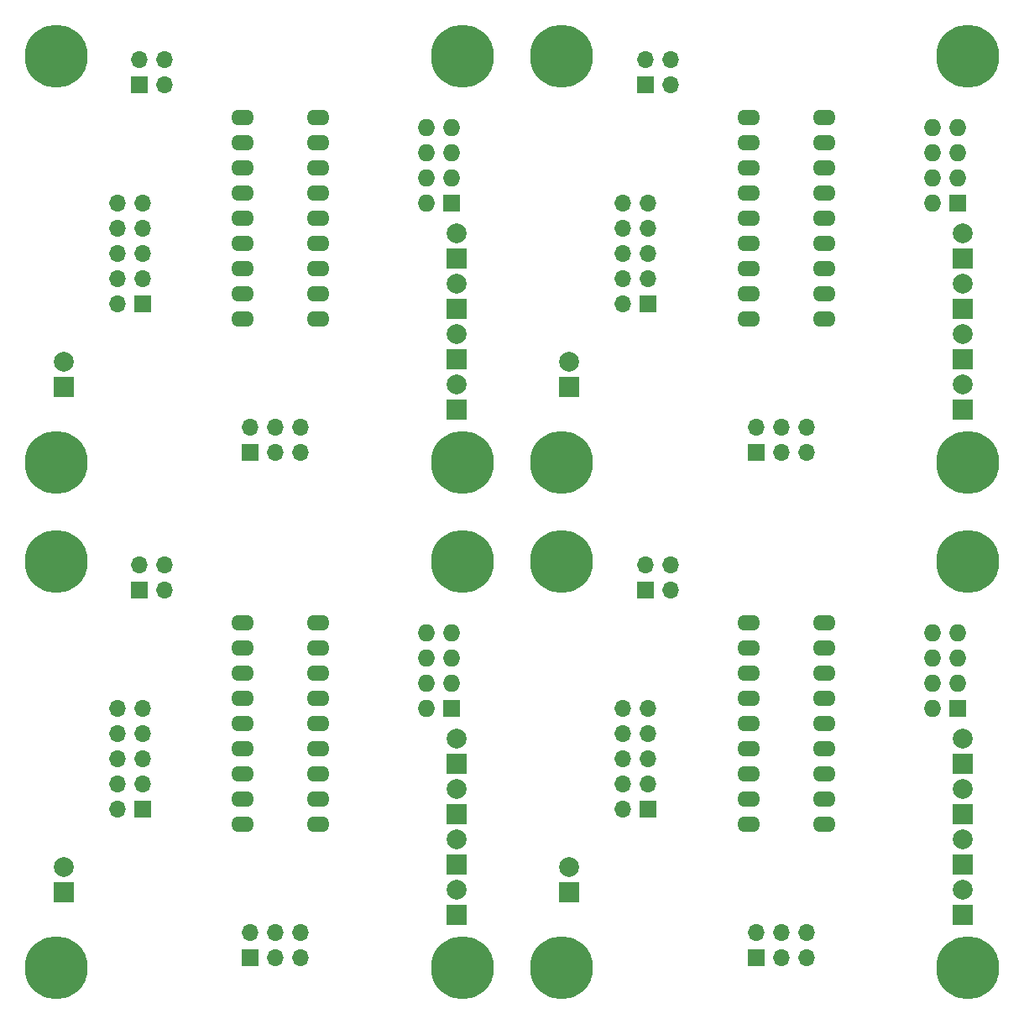
<source format=gbs>
%MOIN*%
%OFA0B0*%
%FSLAX46Y46*%
%IPPOS*%
%LPD*%
%ADD10O,0.0905511811023622X0.062992125984251982*%
%ADD11R,0.068X0.068*%
%ADD12O,0.068X0.068*%
%ADD13R,0.07874015748031496X0.07874015748031496*%
%ADD14C,0.07874015748031496*%
%ADD15C,0.25*%
%ADD16R,0.066929133858267723X0.066929133858267723*%
%ADD17O,0.066929133858267723X0.066929133858267723*%
%ADD28O,0.0905511811023622X0.062992125984251982*%
%ADD29R,0.068X0.068*%
%ADD30O,0.068X0.068*%
%ADD31R,0.07874015748031496X0.07874015748031496*%
%ADD32C,0.07874015748031496*%
%ADD33C,0.25*%
%ADD34R,0.066929133858267723X0.066929133858267723*%
%ADD35O,0.066929133858267723X0.066929133858267723*%
%ADD36O,0.0905511811023622X0.062992125984251982*%
%ADD37R,0.068X0.068*%
%ADD38O,0.068X0.068*%
%ADD39R,0.07874015748031496X0.07874015748031496*%
%ADD40C,0.07874015748031496*%
%ADD41C,0.25*%
%ADD42R,0.066929133858267723X0.066929133858267723*%
%ADD43O,0.066929133858267723X0.066929133858267723*%
%ADD44O,0.0905511811023622X0.062992125984251982*%
%ADD45R,0.068X0.068*%
%ADD46O,0.068X0.068*%
%ADD47R,0.07874015748031496X0.07874015748031496*%
%ADD48C,0.07874015748031496*%
%ADD49C,0.25*%
%ADD50R,0.066929133858267723X0.066929133858267723*%
%ADD51O,0.066929133858267723X0.066929133858267723*%
G01*
D10*
X0000000000Y0001929133D02*
X0000900000Y0001529133D03*
X0000900000Y0001429133D03*
X0000900000Y0001329133D03*
X0000900000Y0001229133D03*
X0000900000Y0001129133D03*
X0000900000Y0001029133D03*
X0000900000Y0000929133D03*
X0000900000Y0000829133D03*
X0000900000Y0000729133D03*
X0001200000Y0000729133D03*
X0001200000Y0000829133D03*
X0001200000Y0000929133D03*
X0001200000Y0001029133D03*
X0001200000Y0001129133D03*
X0001200000Y0001229133D03*
X0001200000Y0001329133D03*
X0001200000Y0001429133D03*
X0001200000Y0001529133D03*
D11*
X0001730000Y0001189133D03*
D12*
X0001630000Y0001189133D03*
X0001730000Y0001289133D03*
X0001630000Y0001289133D03*
X0001730000Y0001389133D03*
X0001630000Y0001389133D03*
X0001730000Y0001489133D03*
X0001630000Y0001489133D03*
D13*
X0001750000Y0000367952D03*
D14*
X0001750000Y0000467952D03*
D13*
X0001750000Y0000567952D03*
D14*
X0001750000Y0000667952D03*
D13*
X0001750000Y0000767952D03*
D14*
X0001750000Y0000867952D03*
D13*
X0001750000Y0000969133D03*
D14*
X0001750000Y0001069133D03*
D13*
X0000188031Y0000457952D03*
D14*
X0000188031Y0000557952D03*
D15*
X0001771653Y0000157480D03*
D16*
X0000489803Y0001658937D03*
D17*
X0000489803Y0001758937D03*
X0000589803Y0001658937D03*
X0000589803Y0001758937D03*
D16*
X0000502440Y0000789330D03*
D17*
X0000402440Y0000789330D03*
X0000502440Y0000889330D03*
X0000402440Y0000889330D03*
X0000502440Y0000989330D03*
X0000402440Y0000989330D03*
X0000502440Y0001089330D03*
X0000402440Y0001089330D03*
X0000502440Y0001189330D03*
X0000402440Y0001189330D03*
D16*
X0000930000Y0000199133D03*
D17*
X0000930000Y0000299133D03*
X0001030000Y0000199133D03*
X0001030000Y0000299133D03*
X0001130000Y0000199133D03*
X0001130000Y0000299133D03*
D15*
X0000157480Y0001771653D03*
X0001771653Y0001771653D03*
X0000157480Y0000157480D03*
G04 next file*
G04 Gerber Fmt 4.6, Leading zero omitted, Abs format (unit mm)*
G04 Created by KiCad (PCBNEW (6.0.1)) date 2022-05-17 17:55:12*
G01*
G04 APERTURE LIST*
G04 APERTURE END LIST*
D28*
X0002007874Y0001929133D02*
X0002907874Y0001529133D03*
X0002907874Y0001429133D03*
X0002907874Y0001329133D03*
X0002907874Y0001229133D03*
X0002907874Y0001129133D03*
X0002907874Y0001029133D03*
X0002907874Y0000929133D03*
X0002907874Y0000829133D03*
X0002907874Y0000729133D03*
X0003207874Y0000729133D03*
X0003207874Y0000829133D03*
X0003207874Y0000929133D03*
X0003207874Y0001029133D03*
X0003207874Y0001129133D03*
X0003207874Y0001229133D03*
X0003207874Y0001329133D03*
X0003207874Y0001429133D03*
X0003207874Y0001529133D03*
D29*
X0003737874Y0001189133D03*
D30*
X0003637874Y0001189133D03*
X0003737874Y0001289133D03*
X0003637874Y0001289133D03*
X0003737874Y0001389133D03*
X0003637874Y0001389133D03*
X0003737874Y0001489133D03*
X0003637874Y0001489133D03*
D31*
X0003757874Y0000367952D03*
D32*
X0003757874Y0000467952D03*
D31*
X0003757874Y0000567952D03*
D32*
X0003757874Y0000667952D03*
D31*
X0003757874Y0000767952D03*
D32*
X0003757874Y0000867952D03*
D31*
X0003757874Y0000969133D03*
D32*
X0003757874Y0001069133D03*
D31*
X0002195905Y0000457952D03*
D32*
X0002195905Y0000557952D03*
D33*
X0003779527Y0000157480D03*
D34*
X0002497677Y0001658937D03*
D35*
X0002497677Y0001758937D03*
X0002597677Y0001658937D03*
X0002597677Y0001758937D03*
D34*
X0002510314Y0000789330D03*
D35*
X0002410314Y0000789330D03*
X0002510314Y0000889330D03*
X0002410314Y0000889330D03*
X0002510314Y0000989330D03*
X0002410314Y0000989330D03*
X0002510314Y0001089330D03*
X0002410314Y0001089330D03*
X0002510314Y0001189330D03*
X0002410314Y0001189330D03*
D34*
X0002937874Y0000199133D03*
D35*
X0002937874Y0000299133D03*
X0003037874Y0000199133D03*
X0003037874Y0000299133D03*
X0003137874Y0000199133D03*
X0003137874Y0000299133D03*
D33*
X0002165354Y0001771653D03*
X0003779527Y0001771653D03*
X0002165354Y0000157480D03*
G04 next file*
G04 Gerber Fmt 4.6, Leading zero omitted, Abs format (unit mm)*
G04 Created by KiCad (PCBNEW (6.0.1)) date 2022-05-17 17:55:12*
G01*
G04 APERTURE LIST*
G04 APERTURE END LIST*
D36*
X0000000000Y0003937007D02*
X0000900000Y0003537007D03*
X0000900000Y0003437007D03*
X0000900000Y0003337007D03*
X0000900000Y0003237007D03*
X0000900000Y0003137007D03*
X0000900000Y0003037007D03*
X0000900000Y0002937007D03*
X0000900000Y0002837007D03*
X0000900000Y0002737007D03*
X0001200000Y0002737007D03*
X0001200000Y0002837007D03*
X0001200000Y0002937007D03*
X0001200000Y0003037007D03*
X0001200000Y0003137007D03*
X0001200000Y0003237007D03*
X0001200000Y0003337007D03*
X0001200000Y0003437007D03*
X0001200000Y0003537007D03*
D37*
X0001730000Y0003197007D03*
D38*
X0001630000Y0003197007D03*
X0001730000Y0003297007D03*
X0001630000Y0003297007D03*
X0001730000Y0003397007D03*
X0001630000Y0003397007D03*
X0001730000Y0003497007D03*
X0001630000Y0003497007D03*
D39*
X0001750000Y0002375826D03*
D40*
X0001750000Y0002475826D03*
D39*
X0001750000Y0002575826D03*
D40*
X0001750000Y0002675826D03*
D39*
X0001750000Y0002775826D03*
D40*
X0001750000Y0002875826D03*
D39*
X0001750000Y0002977007D03*
D40*
X0001750000Y0003077007D03*
D39*
X0000188031Y0002465826D03*
D40*
X0000188031Y0002565826D03*
D41*
X0001771653Y0002165354D03*
D42*
X0000489803Y0003666811D03*
D43*
X0000489803Y0003766810D03*
X0000589803Y0003666811D03*
X0000589803Y0003766810D03*
D42*
X0000502440Y0002797204D03*
D43*
X0000402440Y0002797204D03*
X0000502440Y0002897204D03*
X0000402440Y0002897204D03*
X0000502440Y0002997204D03*
X0000402440Y0002997204D03*
X0000502440Y0003097204D03*
X0000402440Y0003097204D03*
X0000502440Y0003197204D03*
X0000402440Y0003197204D03*
D42*
X0000930000Y0002207007D03*
D43*
X0000930000Y0002307007D03*
X0001030000Y0002207007D03*
X0001030000Y0002307007D03*
X0001130000Y0002207007D03*
X0001130000Y0002307007D03*
D41*
X0000157480Y0003779527D03*
X0001771653Y0003779527D03*
X0000157480Y0002165354D03*
G04 next file*
G04 Gerber Fmt 4.6, Leading zero omitted, Abs format (unit mm)*
G04 Created by KiCad (PCBNEW (6.0.1)) date 2022-05-17 17:55:12*
G01*
G04 APERTURE LIST*
G04 APERTURE END LIST*
D44*
X0002007874Y0003937007D02*
X0002907874Y0003537007D03*
X0002907874Y0003437007D03*
X0002907874Y0003337007D03*
X0002907874Y0003237007D03*
X0002907874Y0003137007D03*
X0002907874Y0003037007D03*
X0002907874Y0002937007D03*
X0002907874Y0002837007D03*
X0002907874Y0002737007D03*
X0003207874Y0002737007D03*
X0003207874Y0002837007D03*
X0003207874Y0002937007D03*
X0003207874Y0003037007D03*
X0003207874Y0003137007D03*
X0003207874Y0003237007D03*
X0003207874Y0003337007D03*
X0003207874Y0003437007D03*
X0003207874Y0003537007D03*
D45*
X0003737874Y0003197007D03*
D46*
X0003637874Y0003197007D03*
X0003737874Y0003297007D03*
X0003637874Y0003297007D03*
X0003737874Y0003397007D03*
X0003637874Y0003397007D03*
X0003737874Y0003497007D03*
X0003637874Y0003497007D03*
D47*
X0003757874Y0002375826D03*
D48*
X0003757874Y0002475826D03*
D47*
X0003757874Y0002575826D03*
D48*
X0003757874Y0002675826D03*
D47*
X0003757874Y0002775826D03*
D48*
X0003757874Y0002875826D03*
D47*
X0003757874Y0002977007D03*
D48*
X0003757874Y0003077007D03*
D47*
X0002195905Y0002465826D03*
D48*
X0002195905Y0002565826D03*
D49*
X0003779527Y0002165354D03*
D50*
X0002497677Y0003666811D03*
D51*
X0002497677Y0003766810D03*
X0002597677Y0003666811D03*
X0002597677Y0003766810D03*
D50*
X0002510314Y0002797204D03*
D51*
X0002410314Y0002797204D03*
X0002510314Y0002897204D03*
X0002410314Y0002897204D03*
X0002510314Y0002997204D03*
X0002410314Y0002997204D03*
X0002510314Y0003097204D03*
X0002410314Y0003097204D03*
X0002510314Y0003197204D03*
X0002410314Y0003197204D03*
D50*
X0002937874Y0002207007D03*
D51*
X0002937874Y0002307007D03*
X0003037874Y0002207007D03*
X0003037874Y0002307007D03*
X0003137874Y0002207007D03*
X0003137874Y0002307007D03*
D49*
X0002165354Y0003779527D03*
X0003779527Y0003779527D03*
X0002165354Y0002165354D03*
M02*
</source>
